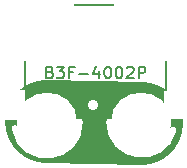
<source format=gto>
%TF.GenerationSoftware,KiCad,Pcbnew,4.0.5-e0-6337~49~ubuntu16.04.1*%
%TF.CreationDate,2017-05-27T07:17:41-07:00*%
%TF.ProjectId,2x2-12mm-Square-SMT-Pushbutton,3278322D31326D6D2D5371756172652D,v1.1*%
%TF.FileFunction,Legend,Top*%
%FSLAX46Y46*%
G04 Gerber Fmt 4.6, Leading zero omitted, Abs format (unit mm)*
G04 Created by KiCad (PCBNEW 4.0.5-e0-6337~49~ubuntu16.04.1) date Sat May 27 07:17:41 2017*
%MOMM*%
%LPD*%
G01*
G04 APERTURE LIST*
%ADD10C,0.350000*%
%ADD11C,7.000000*%
%ADD12C,0.152400*%
%ADD13C,0.150000*%
%ADD14C,0.600000*%
%ADD15C,5.132400*%
%ADD16R,1.952400X2.552400*%
%ADD17R,1.952400X2.452400*%
%ADD18C,0.914400*%
G04 APERTURE END LIST*
D10*
D11*
X30764400Y-49934000D02*
X22664400Y-49834000D01*
D12*
X32864400Y-44684000D02*
X32864400Y-44934000D01*
X32864400Y-44934000D02*
X32864400Y-47184000D01*
X32864400Y-51934000D02*
X32864400Y-49684000D01*
X20864400Y-51934000D02*
X32864400Y-51934000D01*
X20864400Y-49684000D02*
X20864400Y-51934000D01*
X20864400Y-44684000D02*
X20864400Y-47184000D01*
X20864400Y-39934000D02*
X20864400Y-42184000D01*
X32864400Y-39934000D02*
X32864400Y-41934000D01*
X20864400Y-39934000D02*
X32864400Y-39934000D01*
D13*
X23007258Y-45662571D02*
X23150115Y-45710190D01*
X23197734Y-45757810D01*
X23245353Y-45853048D01*
X23245353Y-45995905D01*
X23197734Y-46091143D01*
X23150115Y-46138762D01*
X23054877Y-46186381D01*
X22673924Y-46186381D01*
X22673924Y-45186381D01*
X23007258Y-45186381D01*
X23102496Y-45234000D01*
X23150115Y-45281619D01*
X23197734Y-45376857D01*
X23197734Y-45472095D01*
X23150115Y-45567333D01*
X23102496Y-45614952D01*
X23007258Y-45662571D01*
X22673924Y-45662571D01*
X23578686Y-45186381D02*
X24197734Y-45186381D01*
X23864400Y-45567333D01*
X24007258Y-45567333D01*
X24102496Y-45614952D01*
X24150115Y-45662571D01*
X24197734Y-45757810D01*
X24197734Y-45995905D01*
X24150115Y-46091143D01*
X24102496Y-46138762D01*
X24007258Y-46186381D01*
X23721543Y-46186381D01*
X23626305Y-46138762D01*
X23578686Y-46091143D01*
X24959639Y-45662571D02*
X24626305Y-45662571D01*
X24626305Y-46186381D02*
X24626305Y-45186381D01*
X25102496Y-45186381D01*
X25483448Y-45805429D02*
X26245353Y-45805429D01*
X27150115Y-45519714D02*
X27150115Y-46186381D01*
X26912019Y-45138762D02*
X26673924Y-45853048D01*
X27292972Y-45853048D01*
X27864400Y-45186381D02*
X27959639Y-45186381D01*
X28054877Y-45234000D01*
X28102496Y-45281619D01*
X28150115Y-45376857D01*
X28197734Y-45567333D01*
X28197734Y-45805429D01*
X28150115Y-45995905D01*
X28102496Y-46091143D01*
X28054877Y-46138762D01*
X27959639Y-46186381D01*
X27864400Y-46186381D01*
X27769162Y-46138762D01*
X27721543Y-46091143D01*
X27673924Y-45995905D01*
X27626305Y-45805429D01*
X27626305Y-45567333D01*
X27673924Y-45376857D01*
X27721543Y-45281619D01*
X27769162Y-45234000D01*
X27864400Y-45186381D01*
X28816781Y-45186381D02*
X28912020Y-45186381D01*
X29007258Y-45234000D01*
X29054877Y-45281619D01*
X29102496Y-45376857D01*
X29150115Y-45567333D01*
X29150115Y-45805429D01*
X29102496Y-45995905D01*
X29054877Y-46091143D01*
X29007258Y-46138762D01*
X28912020Y-46186381D01*
X28816781Y-46186381D01*
X28721543Y-46138762D01*
X28673924Y-46091143D01*
X28626305Y-45995905D01*
X28578686Y-45805429D01*
X28578686Y-45567333D01*
X28626305Y-45376857D01*
X28673924Y-45281619D01*
X28721543Y-45234000D01*
X28816781Y-45186381D01*
X29531067Y-45281619D02*
X29578686Y-45234000D01*
X29673924Y-45186381D01*
X29912020Y-45186381D01*
X30007258Y-45234000D01*
X30054877Y-45281619D01*
X30102496Y-45376857D01*
X30102496Y-45472095D01*
X30054877Y-45614952D01*
X29483448Y-46186381D01*
X30102496Y-46186381D01*
X30531067Y-46186381D02*
X30531067Y-45186381D01*
X30912020Y-45186381D01*
X31007258Y-45234000D01*
X31054877Y-45281619D01*
X31102496Y-45376857D01*
X31102496Y-45519714D01*
X31054877Y-45614952D01*
X31007258Y-45662571D01*
X30912020Y-45710190D01*
X30531067Y-45710190D01*
%LPC*%
D14*
X20068301Y-50442699D02*
G75*
G03X25507600Y-49883200I2696099J508699D01*
G01*
X28067901Y-49883200D02*
G75*
G03X33432400Y-50543600I2722899J0D01*
G01*
X25487299Y-41958400D02*
G75*
G03X20122800Y-41298000I-2722899J0D01*
G01*
X33436099Y-41449701D02*
G75*
G03X27996800Y-42009200I-2696099J-508699D01*
G01*
D15*
X22764400Y-41934000D03*
X30764400Y-41934000D03*
X30764400Y-49934000D03*
X22764400Y-49934000D03*
D16*
X33564400Y-43434000D03*
D17*
X33564400Y-48434000D03*
D16*
X19964400Y-43434000D03*
X19964400Y-48434000D03*
D18*
X26676000Y-43482400D03*
X26676000Y-48410000D03*
M02*

</source>
